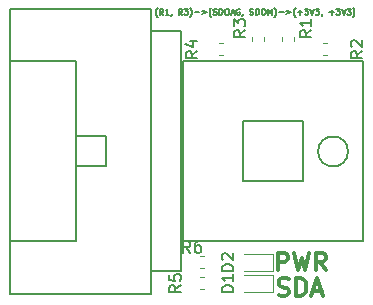
<source format=gbr>
G04 #@! TF.GenerationSoftware,KiCad,Pcbnew,(5.0.0)*
G04 #@! TF.CreationDate,2018-12-16T16:19:50-06:00*
G04 #@! TF.ProjectId,IMUBreakout_Hardware,494D55427265616B6F75745F48617264,rev?*
G04 #@! TF.SameCoordinates,Original*
G04 #@! TF.FileFunction,Legend,Top*
G04 #@! TF.FilePolarity,Positive*
%FSLAX46Y46*%
G04 Gerber Fmt 4.6, Leading zero omitted, Abs format (unit mm)*
G04 Created by KiCad (PCBNEW (5.0.0)) date 12/16/18 16:19:50*
%MOMM*%
%LPD*%
G01*
G04 APERTURE LIST*
%ADD10C,0.127000*%
%ADD11C,0.300000*%
%ADD12C,0.120000*%
%ADD13C,0.150000*%
G04 APERTURE END LIST*
D10*
X147186952Y-87672333D02*
X147162761Y-87648142D01*
X147114380Y-87575571D01*
X147090190Y-87527190D01*
X147066000Y-87454619D01*
X147041809Y-87333666D01*
X147041809Y-87236904D01*
X147066000Y-87115952D01*
X147090190Y-87043380D01*
X147114380Y-86995000D01*
X147162761Y-86922428D01*
X147186952Y-86898238D01*
X147670761Y-87478809D02*
X147501428Y-87236904D01*
X147380476Y-87478809D02*
X147380476Y-86970809D01*
X147574000Y-86970809D01*
X147622380Y-86995000D01*
X147646571Y-87019190D01*
X147670761Y-87067571D01*
X147670761Y-87140142D01*
X147646571Y-87188523D01*
X147622380Y-87212714D01*
X147574000Y-87236904D01*
X147380476Y-87236904D01*
X148154571Y-87478809D02*
X147864285Y-87478809D01*
X148009428Y-87478809D02*
X148009428Y-86970809D01*
X147961047Y-87043380D01*
X147912666Y-87091761D01*
X147864285Y-87115952D01*
X148396476Y-87454619D02*
X148396476Y-87478809D01*
X148372285Y-87527190D01*
X148348095Y-87551380D01*
X149291523Y-87478809D02*
X149122190Y-87236904D01*
X149001238Y-87478809D02*
X149001238Y-86970809D01*
X149194761Y-86970809D01*
X149243142Y-86995000D01*
X149267333Y-87019190D01*
X149291523Y-87067571D01*
X149291523Y-87140142D01*
X149267333Y-87188523D01*
X149243142Y-87212714D01*
X149194761Y-87236904D01*
X149001238Y-87236904D01*
X149460857Y-86970809D02*
X149775333Y-86970809D01*
X149606000Y-87164333D01*
X149678571Y-87164333D01*
X149726952Y-87188523D01*
X149751142Y-87212714D01*
X149775333Y-87261095D01*
X149775333Y-87382047D01*
X149751142Y-87430428D01*
X149726952Y-87454619D01*
X149678571Y-87478809D01*
X149533428Y-87478809D01*
X149485047Y-87454619D01*
X149460857Y-87430428D01*
X149944666Y-87672333D02*
X149968857Y-87648142D01*
X150017238Y-87575571D01*
X150041428Y-87527190D01*
X150065619Y-87454619D01*
X150089809Y-87333666D01*
X150089809Y-87236904D01*
X150065619Y-87115952D01*
X150041428Y-87043380D01*
X150017238Y-86995000D01*
X149968857Y-86922428D01*
X149944666Y-86898238D01*
X150331714Y-87285285D02*
X150718761Y-87285285D01*
X150960666Y-87140142D02*
X151347714Y-87285285D01*
X150960666Y-87430428D01*
X151734761Y-87672333D02*
X151710571Y-87648142D01*
X151662190Y-87575571D01*
X151638000Y-87527190D01*
X151613809Y-87454619D01*
X151589619Y-87333666D01*
X151589619Y-87236904D01*
X151613809Y-87115952D01*
X151638000Y-87043380D01*
X151662190Y-86995000D01*
X151710571Y-86922428D01*
X151734761Y-86898238D01*
X151904095Y-87454619D02*
X151976666Y-87478809D01*
X152097619Y-87478809D01*
X152146000Y-87454619D01*
X152170190Y-87430428D01*
X152194380Y-87382047D01*
X152194380Y-87333666D01*
X152170190Y-87285285D01*
X152146000Y-87261095D01*
X152097619Y-87236904D01*
X152000857Y-87212714D01*
X151952476Y-87188523D01*
X151928285Y-87164333D01*
X151904095Y-87115952D01*
X151904095Y-87067571D01*
X151928285Y-87019190D01*
X151952476Y-86995000D01*
X152000857Y-86970809D01*
X152121809Y-86970809D01*
X152194380Y-86995000D01*
X152412095Y-87478809D02*
X152412095Y-86970809D01*
X152533047Y-86970809D01*
X152605619Y-86995000D01*
X152654000Y-87043380D01*
X152678190Y-87091761D01*
X152702380Y-87188523D01*
X152702380Y-87261095D01*
X152678190Y-87357857D01*
X152654000Y-87406238D01*
X152605619Y-87454619D01*
X152533047Y-87478809D01*
X152412095Y-87478809D01*
X153016857Y-86970809D02*
X153113619Y-86970809D01*
X153162000Y-86995000D01*
X153210380Y-87043380D01*
X153234571Y-87140142D01*
X153234571Y-87309476D01*
X153210380Y-87406238D01*
X153162000Y-87454619D01*
X153113619Y-87478809D01*
X153016857Y-87478809D01*
X152968476Y-87454619D01*
X152920095Y-87406238D01*
X152895904Y-87309476D01*
X152895904Y-87140142D01*
X152920095Y-87043380D01*
X152968476Y-86995000D01*
X153016857Y-86970809D01*
X153428095Y-87333666D02*
X153670000Y-87333666D01*
X153379714Y-87478809D02*
X153549047Y-86970809D01*
X153718380Y-87478809D01*
X154153809Y-86995000D02*
X154105428Y-86970809D01*
X154032857Y-86970809D01*
X153960285Y-86995000D01*
X153911904Y-87043380D01*
X153887714Y-87091761D01*
X153863523Y-87188523D01*
X153863523Y-87261095D01*
X153887714Y-87357857D01*
X153911904Y-87406238D01*
X153960285Y-87454619D01*
X154032857Y-87478809D01*
X154081238Y-87478809D01*
X154153809Y-87454619D01*
X154178000Y-87430428D01*
X154178000Y-87261095D01*
X154081238Y-87261095D01*
X154419904Y-87454619D02*
X154419904Y-87478809D01*
X154395714Y-87527190D01*
X154371523Y-87551380D01*
X155000476Y-87454619D02*
X155073047Y-87478809D01*
X155194000Y-87478809D01*
X155242380Y-87454619D01*
X155266571Y-87430428D01*
X155290761Y-87382047D01*
X155290761Y-87333666D01*
X155266571Y-87285285D01*
X155242380Y-87261095D01*
X155194000Y-87236904D01*
X155097238Y-87212714D01*
X155048857Y-87188523D01*
X155024666Y-87164333D01*
X155000476Y-87115952D01*
X155000476Y-87067571D01*
X155024666Y-87019190D01*
X155048857Y-86995000D01*
X155097238Y-86970809D01*
X155218190Y-86970809D01*
X155290761Y-86995000D01*
X155508476Y-87478809D02*
X155508476Y-86970809D01*
X155629428Y-86970809D01*
X155702000Y-86995000D01*
X155750380Y-87043380D01*
X155774571Y-87091761D01*
X155798761Y-87188523D01*
X155798761Y-87261095D01*
X155774571Y-87357857D01*
X155750380Y-87406238D01*
X155702000Y-87454619D01*
X155629428Y-87478809D01*
X155508476Y-87478809D01*
X156113238Y-86970809D02*
X156210000Y-86970809D01*
X156258380Y-86995000D01*
X156306761Y-87043380D01*
X156330952Y-87140142D01*
X156330952Y-87309476D01*
X156306761Y-87406238D01*
X156258380Y-87454619D01*
X156210000Y-87478809D01*
X156113238Y-87478809D01*
X156064857Y-87454619D01*
X156016476Y-87406238D01*
X155992285Y-87309476D01*
X155992285Y-87140142D01*
X156016476Y-87043380D01*
X156064857Y-86995000D01*
X156113238Y-86970809D01*
X156548666Y-87478809D02*
X156548666Y-86970809D01*
X156718000Y-87333666D01*
X156887333Y-86970809D01*
X156887333Y-87478809D01*
X157080857Y-87672333D02*
X157105047Y-87648142D01*
X157153428Y-87575571D01*
X157177619Y-87527190D01*
X157201809Y-87454619D01*
X157226000Y-87333666D01*
X157226000Y-87236904D01*
X157201809Y-87115952D01*
X157177619Y-87043380D01*
X157153428Y-86995000D01*
X157105047Y-86922428D01*
X157080857Y-86898238D01*
X157467904Y-87285285D02*
X157854952Y-87285285D01*
X158096857Y-87140142D02*
X158483904Y-87285285D01*
X158096857Y-87430428D01*
X158870952Y-87672333D02*
X158846761Y-87648142D01*
X158798380Y-87575571D01*
X158774190Y-87527190D01*
X158750000Y-87454619D01*
X158725809Y-87333666D01*
X158725809Y-87236904D01*
X158750000Y-87115952D01*
X158774190Y-87043380D01*
X158798380Y-86995000D01*
X158846761Y-86922428D01*
X158870952Y-86898238D01*
X159064476Y-87285285D02*
X159451523Y-87285285D01*
X159258000Y-87478809D02*
X159258000Y-87091761D01*
X159645047Y-86970809D02*
X159959523Y-86970809D01*
X159790190Y-87164333D01*
X159862761Y-87164333D01*
X159911142Y-87188523D01*
X159935333Y-87212714D01*
X159959523Y-87261095D01*
X159959523Y-87382047D01*
X159935333Y-87430428D01*
X159911142Y-87454619D01*
X159862761Y-87478809D01*
X159717619Y-87478809D01*
X159669238Y-87454619D01*
X159645047Y-87430428D01*
X160104666Y-86970809D02*
X160274000Y-87478809D01*
X160443333Y-86970809D01*
X160564285Y-86970809D02*
X160878761Y-86970809D01*
X160709428Y-87164333D01*
X160782000Y-87164333D01*
X160830380Y-87188523D01*
X160854571Y-87212714D01*
X160878761Y-87261095D01*
X160878761Y-87382047D01*
X160854571Y-87430428D01*
X160830380Y-87454619D01*
X160782000Y-87478809D01*
X160636857Y-87478809D01*
X160588476Y-87454619D01*
X160564285Y-87430428D01*
X161120666Y-87454619D02*
X161120666Y-87478809D01*
X161096476Y-87527190D01*
X161072285Y-87551380D01*
X161725428Y-87285285D02*
X162112476Y-87285285D01*
X161918952Y-87478809D02*
X161918952Y-87091761D01*
X162306000Y-86970809D02*
X162620476Y-86970809D01*
X162451142Y-87164333D01*
X162523714Y-87164333D01*
X162572095Y-87188523D01*
X162596285Y-87212714D01*
X162620476Y-87261095D01*
X162620476Y-87382047D01*
X162596285Y-87430428D01*
X162572095Y-87454619D01*
X162523714Y-87478809D01*
X162378571Y-87478809D01*
X162330190Y-87454619D01*
X162306000Y-87430428D01*
X162765619Y-86970809D02*
X162934952Y-87478809D01*
X163104285Y-86970809D01*
X163225238Y-86970809D02*
X163539714Y-86970809D01*
X163370380Y-87164333D01*
X163442952Y-87164333D01*
X163491333Y-87188523D01*
X163515523Y-87212714D01*
X163539714Y-87261095D01*
X163539714Y-87382047D01*
X163515523Y-87430428D01*
X163491333Y-87454619D01*
X163442952Y-87478809D01*
X163297809Y-87478809D01*
X163249428Y-87454619D01*
X163225238Y-87430428D01*
X163709047Y-87672333D02*
X163733238Y-87648142D01*
X163781619Y-87575571D01*
X163805809Y-87527190D01*
X163830000Y-87454619D01*
X163854190Y-87333666D01*
X163854190Y-87236904D01*
X163830000Y-87115952D01*
X163805809Y-87043380D01*
X163781619Y-86995000D01*
X163733238Y-86922428D01*
X163709047Y-86898238D01*
D11*
X157436571Y-111224142D02*
X157650857Y-111295571D01*
X158008000Y-111295571D01*
X158150857Y-111224142D01*
X158222285Y-111152714D01*
X158293714Y-111009857D01*
X158293714Y-110867000D01*
X158222285Y-110724142D01*
X158150857Y-110652714D01*
X158008000Y-110581285D01*
X157722285Y-110509857D01*
X157579428Y-110438428D01*
X157508000Y-110367000D01*
X157436571Y-110224142D01*
X157436571Y-110081285D01*
X157508000Y-109938428D01*
X157579428Y-109867000D01*
X157722285Y-109795571D01*
X158079428Y-109795571D01*
X158293714Y-109867000D01*
X158936571Y-111295571D02*
X158936571Y-109795571D01*
X159293714Y-109795571D01*
X159508000Y-109867000D01*
X159650857Y-110009857D01*
X159722285Y-110152714D01*
X159793714Y-110438428D01*
X159793714Y-110652714D01*
X159722285Y-110938428D01*
X159650857Y-111081285D01*
X159508000Y-111224142D01*
X159293714Y-111295571D01*
X158936571Y-111295571D01*
X160365142Y-110867000D02*
X161079428Y-110867000D01*
X160222285Y-111295571D02*
X160722285Y-109795571D01*
X161222285Y-111295571D01*
X157385000Y-109136571D02*
X157385000Y-107636571D01*
X157956428Y-107636571D01*
X158099285Y-107708000D01*
X158170714Y-107779428D01*
X158242142Y-107922285D01*
X158242142Y-108136571D01*
X158170714Y-108279428D01*
X158099285Y-108350857D01*
X157956428Y-108422285D01*
X157385000Y-108422285D01*
X158742142Y-107636571D02*
X159099285Y-109136571D01*
X159385000Y-108065142D01*
X159670714Y-109136571D01*
X160027857Y-107636571D01*
X161456428Y-109136571D02*
X160956428Y-108422285D01*
X160599285Y-109136571D02*
X160599285Y-107636571D01*
X161170714Y-107636571D01*
X161313571Y-107708000D01*
X161385000Y-107779428D01*
X161456428Y-107922285D01*
X161456428Y-108136571D01*
X161385000Y-108279428D01*
X161313571Y-108350857D01*
X161170714Y-108422285D01*
X160599285Y-108422285D01*
D12*
G04 #@! TO.C,R3*
X156212000Y-89694867D02*
X156212000Y-89352333D01*
X155192000Y-89694867D02*
X155192000Y-89352333D01*
D13*
G04 #@! TO.C,Conn1*
X146616958Y-111125000D02*
X146616958Y-86995000D01*
X134678958Y-106680000D02*
X135186958Y-106680000D01*
X134678958Y-111125000D02*
X134678958Y-86995000D01*
X146616958Y-111125000D02*
X134678958Y-111125000D01*
X146616958Y-86995000D02*
X134678958Y-86995000D01*
X146616958Y-111120000D02*
X146616958Y-111125000D01*
X138996958Y-106680000D02*
X140266958Y-106680000D01*
X140266958Y-106680000D02*
X140266958Y-91440000D01*
X140266958Y-91440000D02*
X134678958Y-91440000D01*
X138996958Y-106680000D02*
X135186958Y-106680000D01*
X140266958Y-100330000D02*
X142806958Y-100330000D01*
X142806958Y-100330000D02*
X142806958Y-97790000D01*
X142806958Y-97790000D02*
X140266958Y-97790000D01*
X146616958Y-88900000D02*
X149156958Y-88900000D01*
X149156958Y-88900000D02*
X149156958Y-109220000D01*
X149156958Y-109220000D02*
X146616958Y-109220000D01*
D12*
G04 #@! TO.C,R1*
X157732000Y-89694867D02*
X157732000Y-89352333D01*
X158752000Y-89694867D02*
X158752000Y-89352333D01*
G04 #@! TO.C,R2*
X161231733Y-89888600D02*
X161574267Y-89888600D01*
X161231733Y-90908600D02*
X161574267Y-90908600D01*
G04 #@! TO.C,R4*
X152712267Y-89888600D02*
X152369733Y-89888600D01*
X152712267Y-90908600D02*
X152369733Y-90908600D01*
D13*
G04 #@! TO.C,U1*
X163322000Y-99060000D02*
G75*
G03X163322000Y-99060000I-1270000J0D01*
G01*
X154432000Y-96520000D02*
X154432000Y-101600000D01*
X154432000Y-101600000D02*
X159512000Y-101600000D01*
X159512000Y-101600000D02*
X159512000Y-96520000D01*
X159512000Y-96520000D02*
X154432000Y-96520000D01*
X164592000Y-105410000D02*
X164592000Y-106680000D01*
X164592000Y-106680000D02*
X149352000Y-106680000D01*
X149352000Y-106680000D02*
X149352000Y-105410000D01*
X164592000Y-91440000D02*
X164592000Y-105410000D01*
X164592000Y-106680000D02*
X149352000Y-106680000D01*
X149352000Y-105410000D02*
X149352000Y-91440000D01*
X149352000Y-91440000D02*
X164592000Y-91440000D01*
D12*
G04 #@! TO.C,D1*
X154479000Y-110971000D02*
X156939000Y-110971000D01*
X156939000Y-110971000D02*
X156939000Y-109501000D01*
X156939000Y-109501000D02*
X154479000Y-109501000D01*
G04 #@! TO.C,D2*
X156967000Y-107723000D02*
X154507000Y-107723000D01*
X156967000Y-109193000D02*
X156967000Y-107723000D01*
X154507000Y-109193000D02*
X156967000Y-109193000D01*
G04 #@! TO.C,R5*
X150817733Y-109726000D02*
X151160267Y-109726000D01*
X150817733Y-110746000D02*
X151160267Y-110746000D01*
G04 #@! TO.C,R6*
X150817733Y-108968000D02*
X151160267Y-108968000D01*
X150817733Y-107948000D02*
X151160267Y-107948000D01*
G04 #@! TO.C,R3*
D13*
X154630380Y-88812666D02*
X154154190Y-89146000D01*
X154630380Y-89384095D02*
X153630380Y-89384095D01*
X153630380Y-89003142D01*
X153678000Y-88907904D01*
X153725619Y-88860285D01*
X153820857Y-88812666D01*
X153963714Y-88812666D01*
X154058952Y-88860285D01*
X154106571Y-88907904D01*
X154154190Y-89003142D01*
X154154190Y-89384095D01*
X153630380Y-88479333D02*
X153630380Y-87860285D01*
X154011333Y-88193619D01*
X154011333Y-88050761D01*
X154058952Y-87955523D01*
X154106571Y-87907904D01*
X154201809Y-87860285D01*
X154439904Y-87860285D01*
X154535142Y-87907904D01*
X154582761Y-87955523D01*
X154630380Y-88050761D01*
X154630380Y-88336476D01*
X154582761Y-88431714D01*
X154535142Y-88479333D01*
G04 #@! TO.C,R1*
X160218380Y-88812666D02*
X159742190Y-89146000D01*
X160218380Y-89384095D02*
X159218380Y-89384095D01*
X159218380Y-89003142D01*
X159266000Y-88907904D01*
X159313619Y-88860285D01*
X159408857Y-88812666D01*
X159551714Y-88812666D01*
X159646952Y-88860285D01*
X159694571Y-88907904D01*
X159742190Y-89003142D01*
X159742190Y-89384095D01*
X160218380Y-87860285D02*
X160218380Y-88431714D01*
X160218380Y-88146000D02*
X159218380Y-88146000D01*
X159361238Y-88241238D01*
X159456476Y-88336476D01*
X159504095Y-88431714D01*
G04 #@! TO.C,R2*
X164536380Y-90590666D02*
X164060190Y-90924000D01*
X164536380Y-91162095D02*
X163536380Y-91162095D01*
X163536380Y-90781142D01*
X163584000Y-90685904D01*
X163631619Y-90638285D01*
X163726857Y-90590666D01*
X163869714Y-90590666D01*
X163964952Y-90638285D01*
X164012571Y-90685904D01*
X164060190Y-90781142D01*
X164060190Y-91162095D01*
X163631619Y-90209714D02*
X163584000Y-90162095D01*
X163536380Y-90066857D01*
X163536380Y-89828761D01*
X163584000Y-89733523D01*
X163631619Y-89685904D01*
X163726857Y-89638285D01*
X163822095Y-89638285D01*
X163964952Y-89685904D01*
X164536380Y-90257333D01*
X164536380Y-89638285D01*
G04 #@! TO.C,R4*
X150566380Y-90590666D02*
X150090190Y-90924000D01*
X150566380Y-91162095D02*
X149566380Y-91162095D01*
X149566380Y-90781142D01*
X149614000Y-90685904D01*
X149661619Y-90638285D01*
X149756857Y-90590666D01*
X149899714Y-90590666D01*
X149994952Y-90638285D01*
X150042571Y-90685904D01*
X150090190Y-90781142D01*
X150090190Y-91162095D01*
X149899714Y-89733523D02*
X150566380Y-89733523D01*
X149518761Y-89971619D02*
X150233047Y-90209714D01*
X150233047Y-89590666D01*
G04 #@! TO.C,D1*
X153614380Y-110974095D02*
X152614380Y-110974095D01*
X152614380Y-110736000D01*
X152662000Y-110593142D01*
X152757238Y-110497904D01*
X152852476Y-110450285D01*
X153042952Y-110402666D01*
X153185809Y-110402666D01*
X153376285Y-110450285D01*
X153471523Y-110497904D01*
X153566761Y-110593142D01*
X153614380Y-110736000D01*
X153614380Y-110974095D01*
X153614380Y-109450285D02*
X153614380Y-110021714D01*
X153614380Y-109736000D02*
X152614380Y-109736000D01*
X152757238Y-109831238D01*
X152852476Y-109926476D01*
X152900095Y-110021714D01*
G04 #@! TO.C,D2*
X153614380Y-109196095D02*
X152614380Y-109196095D01*
X152614380Y-108958000D01*
X152662000Y-108815142D01*
X152757238Y-108719904D01*
X152852476Y-108672285D01*
X153042952Y-108624666D01*
X153185809Y-108624666D01*
X153376285Y-108672285D01*
X153471523Y-108719904D01*
X153566761Y-108815142D01*
X153614380Y-108958000D01*
X153614380Y-109196095D01*
X152709619Y-108243714D02*
X152662000Y-108196095D01*
X152614380Y-108100857D01*
X152614380Y-107862761D01*
X152662000Y-107767523D01*
X152709619Y-107719904D01*
X152804857Y-107672285D01*
X152900095Y-107672285D01*
X153042952Y-107719904D01*
X153614380Y-108291333D01*
X153614380Y-107672285D01*
G04 #@! TO.C,R5*
X149169380Y-110402666D02*
X148693190Y-110736000D01*
X149169380Y-110974095D02*
X148169380Y-110974095D01*
X148169380Y-110593142D01*
X148217000Y-110497904D01*
X148264619Y-110450285D01*
X148359857Y-110402666D01*
X148502714Y-110402666D01*
X148597952Y-110450285D01*
X148645571Y-110497904D01*
X148693190Y-110593142D01*
X148693190Y-110974095D01*
X148169380Y-109497904D02*
X148169380Y-109974095D01*
X148645571Y-110021714D01*
X148597952Y-109974095D01*
X148550333Y-109878857D01*
X148550333Y-109640761D01*
X148597952Y-109545523D01*
X148645571Y-109497904D01*
X148740809Y-109450285D01*
X148978904Y-109450285D01*
X149074142Y-109497904D01*
X149121761Y-109545523D01*
X149169380Y-109640761D01*
X149169380Y-109878857D01*
X149121761Y-109974095D01*
X149074142Y-110021714D01*
G04 #@! TO.C,R6*
X149947333Y-107640380D02*
X149614000Y-107164190D01*
X149375904Y-107640380D02*
X149375904Y-106640380D01*
X149756857Y-106640380D01*
X149852095Y-106688000D01*
X149899714Y-106735619D01*
X149947333Y-106830857D01*
X149947333Y-106973714D01*
X149899714Y-107068952D01*
X149852095Y-107116571D01*
X149756857Y-107164190D01*
X149375904Y-107164190D01*
X150804476Y-106640380D02*
X150614000Y-106640380D01*
X150518761Y-106688000D01*
X150471142Y-106735619D01*
X150375904Y-106878476D01*
X150328285Y-107068952D01*
X150328285Y-107449904D01*
X150375904Y-107545142D01*
X150423523Y-107592761D01*
X150518761Y-107640380D01*
X150709238Y-107640380D01*
X150804476Y-107592761D01*
X150852095Y-107545142D01*
X150899714Y-107449904D01*
X150899714Y-107211809D01*
X150852095Y-107116571D01*
X150804476Y-107068952D01*
X150709238Y-107021333D01*
X150518761Y-107021333D01*
X150423523Y-107068952D01*
X150375904Y-107116571D01*
X150328285Y-107211809D01*
G04 #@! TD*
M02*

</source>
